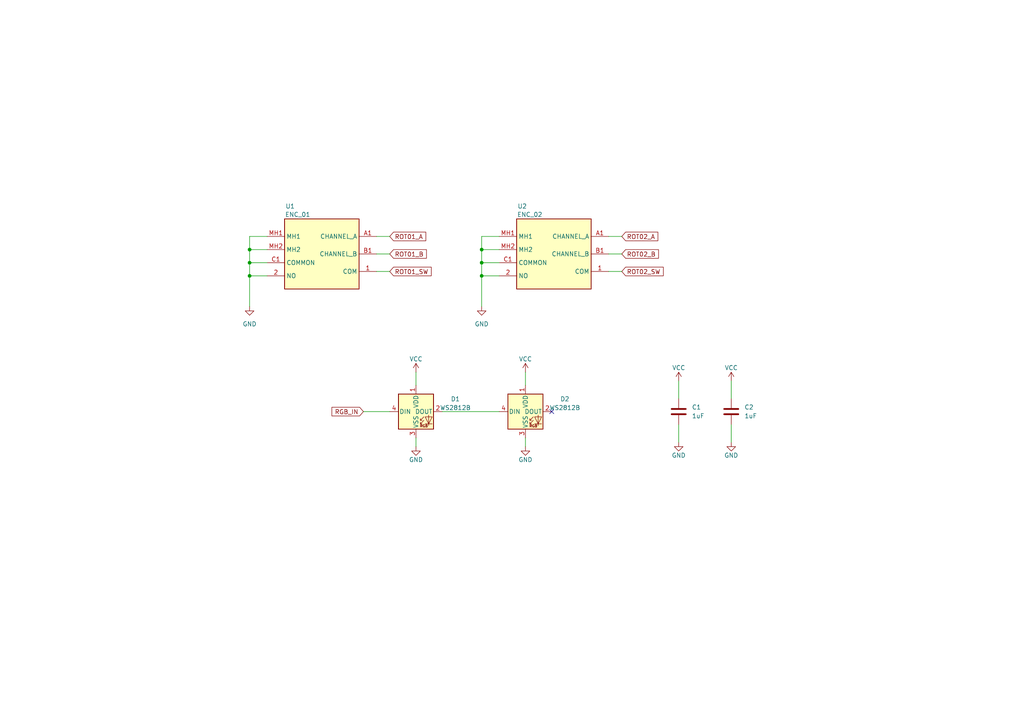
<source format=kicad_sch>
(kicad_sch (version 20230121) (generator eeschema)

  (uuid 9667c1cb-37e1-497c-8caf-b0227b200eac)

  (paper "A4")

  (lib_symbols
    (symbol "Device:C" (pin_numbers hide) (pin_names (offset 0.254)) (in_bom yes) (on_board yes)
      (property "Reference" "C" (at 0.635 2.54 0)
        (effects (font (size 1.27 1.27)) (justify left))
      )
      (property "Value" "C" (at 0.635 -2.54 0)
        (effects (font (size 1.27 1.27)) (justify left))
      )
      (property "Footprint" "" (at 0.9652 -3.81 0)
        (effects (font (size 1.27 1.27)) hide)
      )
      (property "Datasheet" "~" (at 0 0 0)
        (effects (font (size 1.27 1.27)) hide)
      )
      (property "ki_keywords" "cap capacitor" (at 0 0 0)
        (effects (font (size 1.27 1.27)) hide)
      )
      (property "ki_description" "Unpolarized capacitor" (at 0 0 0)
        (effects (font (size 1.27 1.27)) hide)
      )
      (property "ki_fp_filters" "C_*" (at 0 0 0)
        (effects (font (size 1.27 1.27)) hide)
      )
      (symbol "C_0_1"
        (polyline
          (pts
            (xy -2.032 -0.762)
            (xy 2.032 -0.762)
          )
          (stroke (width 0.508) (type default))
          (fill (type none))
        )
        (polyline
          (pts
            (xy -2.032 0.762)
            (xy 2.032 0.762)
          )
          (stroke (width 0.508) (type default))
          (fill (type none))
        )
      )
      (symbol "C_1_1"
        (pin passive line (at 0 3.81 270) (length 2.794)
          (name "~" (effects (font (size 1.27 1.27))))
          (number "1" (effects (font (size 1.27 1.27))))
        )
        (pin passive line (at 0 -3.81 90) (length 2.794)
          (name "~" (effects (font (size 1.27 1.27))))
          (number "2" (effects (font (size 1.27 1.27))))
        )
      )
    )
    (symbol "LED:WS2812B" (pin_names (offset 0.254)) (in_bom yes) (on_board yes)
      (property "Reference" "D" (at 5.08 5.715 0)
        (effects (font (size 1.27 1.27)) (justify right bottom))
      )
      (property "Value" "WS2812B" (at 1.27 -5.715 0)
        (effects (font (size 1.27 1.27)) (justify left top))
      )
      (property "Footprint" "LED_SMD:LED_WS2812B_PLCC4_5.0x5.0mm_P3.2mm" (at 1.27 -7.62 0)
        (effects (font (size 1.27 1.27)) (justify left top) hide)
      )
      (property "Datasheet" "https://cdn-shop.adafruit.com/datasheets/WS2812B.pdf" (at 2.54 -9.525 0)
        (effects (font (size 1.27 1.27)) (justify left top) hide)
      )
      (property "ki_keywords" "RGB LED NeoPixel addressable" (at 0 0 0)
        (effects (font (size 1.27 1.27)) hide)
      )
      (property "ki_description" "RGB LED with integrated controller" (at 0 0 0)
        (effects (font (size 1.27 1.27)) hide)
      )
      (property "ki_fp_filters" "LED*WS2812*PLCC*5.0x5.0mm*P3.2mm*" (at 0 0 0)
        (effects (font (size 1.27 1.27)) hide)
      )
      (symbol "WS2812B_0_0"
        (text "RGB" (at 2.286 -4.191 0)
          (effects (font (size 0.762 0.762)))
        )
      )
      (symbol "WS2812B_0_1"
        (polyline
          (pts
            (xy 1.27 -3.556)
            (xy 1.778 -3.556)
          )
          (stroke (width 0) (type default))
          (fill (type none))
        )
        (polyline
          (pts
            (xy 1.27 -2.54)
            (xy 1.778 -2.54)
          )
          (stroke (width 0) (type default))
          (fill (type none))
        )
        (polyline
          (pts
            (xy 4.699 -3.556)
            (xy 2.667 -3.556)
          )
          (stroke (width 0) (type default))
          (fill (type none))
        )
        (polyline
          (pts
            (xy 2.286 -2.54)
            (xy 1.27 -3.556)
            (xy 1.27 -3.048)
          )
          (stroke (width 0) (type default))
          (fill (type none))
        )
        (polyline
          (pts
            (xy 2.286 -1.524)
            (xy 1.27 -2.54)
            (xy 1.27 -2.032)
          )
          (stroke (width 0) (type default))
          (fill (type none))
        )
        (polyline
          (pts
            (xy 3.683 -1.016)
            (xy 3.683 -3.556)
            (xy 3.683 -4.064)
          )
          (stroke (width 0) (type default))
          (fill (type none))
        )
        (polyline
          (pts
            (xy 4.699 -1.524)
            (xy 2.667 -1.524)
            (xy 3.683 -3.556)
            (xy 4.699 -1.524)
          )
          (stroke (width 0) (type default))
          (fill (type none))
        )
        (rectangle (start 5.08 5.08) (end -5.08 -5.08)
          (stroke (width 0.254) (type default))
          (fill (type background))
        )
      )
      (symbol "WS2812B_1_1"
        (pin power_in line (at 0 7.62 270) (length 2.54)
          (name "VDD" (effects (font (size 1.27 1.27))))
          (number "1" (effects (font (size 1.27 1.27))))
        )
        (pin output line (at 7.62 0 180) (length 2.54)
          (name "DOUT" (effects (font (size 1.27 1.27))))
          (number "2" (effects (font (size 1.27 1.27))))
        )
        (pin power_in line (at 0 -7.62 90) (length 2.54)
          (name "VSS" (effects (font (size 1.27 1.27))))
          (number "3" (effects (font (size 1.27 1.27))))
        )
        (pin input line (at -7.62 0 0) (length 2.54)
          (name "DIN" (effects (font (size 1.27 1.27))))
          (number "4" (effects (font (size 1.27 1.27))))
        )
      )
    )
    (symbol "PEC11R-4215F-S0024:PEC11R-4215F-S0024" (in_bom yes) (on_board yes)
      (property "Reference" "U1" (at 6.6907 10.0309 0)
        (effects (font (size 1.27 1.27)))
      )
      (property "Value" "ENC_01" (at 8.89 7.62 0)
        (effects (font (size 1.27 1.27)))
      )
      (property "Footprint" "PEC11R4215FS0024" (at 21.59 -87.3 0)
        (effects (font (size 1.27 1.27)) (justify left top) hide)
      )
      (property "Datasheet" "https://www.bourns.com/docs/product-datasheets/pec11r.pdf?sfvrsn=bb617cbf_12" (at 21.59 -187.3 0)
        (effects (font (size 1.27 1.27)) (justify left top) hide)
      )
      (property "Height" "21.5" (at 21.59 -387.3 0)
        (effects (font (size 1.27 1.27)) (justify left top) hide)
      )
      (property "Mouser Part Number" "652-PEC11R-4215F-S24" (at 21.59 -487.3 0)
        (effects (font (size 1.27 1.27)) (justify left top) hide)
      )
      (property "Mouser Price/Stock" "https://www.mouser.co.uk/ProductDetail/Bourns/PEC11R-4215F-S0024?qs=Zq5ylnUbLm5lAqmKF80wzQ%3D%3D" (at 21.59 -587.3 0)
        (effects (font (size 1.27 1.27)) (justify left top) hide)
      )
      (property "Manufacturer_Name" "Bourns" (at 21.59 -687.3 0)
        (effects (font (size 1.27 1.27)) (justify left top) hide)
      )
      (property "Manufacturer_Part_Number" "PEC11R-4215F-S0024" (at 21.59 -787.3 0)
        (effects (font (size 1.27 1.27)) (justify left top) hide)
      )
      (property "ki_description" "Rotary Encoder Mechanical 24 Quadrature (Incremental) Vertical 15mm SHAFT w/SWITCH" (at 0 0 0)
        (effects (font (size 1.27 1.27)) hide)
      )
      (symbol "PEC11R-4215F-S0024_1_1"
        (rectangle (start 5.08 6.35) (end 26.67 -13.97)
          (stroke (width 0.254) (type default))
          (fill (type background))
        )
        (pin passive line (at 31.75 -8.89 180) (length 5.08)
          (name "COM" (effects (font (size 1.27 1.27))))
          (number "1" (effects (font (size 1.27 1.27))))
        )
        (pin passive line (at 0 -10.16 0) (length 5.08)
          (name "NO" (effects (font (size 1.27 1.27))))
          (number "2" (effects (font (size 1.27 1.27))))
        )
        (pin passive line (at 31.75 1.27 180) (length 5.08)
          (name "CHANNEL_A" (effects (font (size 1.27 1.27))))
          (number "A1" (effects (font (size 1.27 1.27))))
        )
        (pin passive line (at 31.75 -3.81 180) (length 5.08)
          (name "CHANNEL_B" (effects (font (size 1.27 1.27))))
          (number "B1" (effects (font (size 1.27 1.27))))
        )
        (pin passive line (at 0 -6.35 0) (length 5.08)
          (name "COMMON" (effects (font (size 1.27 1.27))))
          (number "C1" (effects (font (size 1.27 1.27))))
        )
        (pin passive line (at 0 1.27 0) (length 5.08)
          (name "MH1" (effects (font (size 1.27 1.27))))
          (number "MH1" (effects (font (size 1.27 1.27))))
        )
        (pin passive line (at 0 -2.54 0) (length 5.08)
          (name "MH2" (effects (font (size 1.27 1.27))))
          (number "MH2" (effects (font (size 1.27 1.27))))
        )
      )
    )
    (symbol "power:GND" (power) (pin_names (offset 0)) (in_bom yes) (on_board yes)
      (property "Reference" "#PWR" (at 0 -6.35 0)
        (effects (font (size 1.27 1.27)) hide)
      )
      (property "Value" "GND" (at 0 -3.81 0)
        (effects (font (size 1.27 1.27)))
      )
      (property "Footprint" "" (at 0 0 0)
        (effects (font (size 1.27 1.27)) hide)
      )
      (property "Datasheet" "" (at 0 0 0)
        (effects (font (size 1.27 1.27)) hide)
      )
      (property "ki_keywords" "global power" (at 0 0 0)
        (effects (font (size 1.27 1.27)) hide)
      )
      (property "ki_description" "Power symbol creates a global label with name \"GND\" , ground" (at 0 0 0)
        (effects (font (size 1.27 1.27)) hide)
      )
      (symbol "GND_0_1"
        (polyline
          (pts
            (xy 0 0)
            (xy 0 -1.27)
            (xy 1.27 -1.27)
            (xy 0 -2.54)
            (xy -1.27 -1.27)
            (xy 0 -1.27)
          )
          (stroke (width 0) (type default))
          (fill (type none))
        )
      )
      (symbol "GND_1_1"
        (pin power_in line (at 0 0 270) (length 0) hide
          (name "GND" (effects (font (size 1.27 1.27))))
          (number "1" (effects (font (size 1.27 1.27))))
        )
      )
    )
    (symbol "power:VCC" (power) (pin_names (offset 0)) (in_bom yes) (on_board yes)
      (property "Reference" "#PWR" (at 0 -3.81 0)
        (effects (font (size 1.27 1.27)) hide)
      )
      (property "Value" "VCC" (at 0 3.81 0)
        (effects (font (size 1.27 1.27)))
      )
      (property "Footprint" "" (at 0 0 0)
        (effects (font (size 1.27 1.27)) hide)
      )
      (property "Datasheet" "" (at 0 0 0)
        (effects (font (size 1.27 1.27)) hide)
      )
      (property "ki_keywords" "global power" (at 0 0 0)
        (effects (font (size 1.27 1.27)) hide)
      )
      (property "ki_description" "Power symbol creates a global label with name \"VCC\"" (at 0 0 0)
        (effects (font (size 1.27 1.27)) hide)
      )
      (symbol "VCC_0_1"
        (polyline
          (pts
            (xy -0.762 1.27)
            (xy 0 2.54)
          )
          (stroke (width 0) (type default))
          (fill (type none))
        )
        (polyline
          (pts
            (xy 0 0)
            (xy 0 2.54)
          )
          (stroke (width 0) (type default))
          (fill (type none))
        )
        (polyline
          (pts
            (xy 0 2.54)
            (xy 0.762 1.27)
          )
          (stroke (width 0) (type default))
          (fill (type none))
        )
      )
      (symbol "VCC_1_1"
        (pin power_in line (at 0 0 90) (length 0) hide
          (name "VCC" (effects (font (size 1.27 1.27))))
          (number "1" (effects (font (size 1.27 1.27))))
        )
      )
    )
  )

  (junction (at 72.39 72.39) (diameter 0) (color 0 0 0 0)
    (uuid 39c770e8-36e2-4395-9d0d-bffa4cb64f21)
  )
  (junction (at 72.39 80.01) (diameter 0) (color 0 0 0 0)
    (uuid 42d8d169-0c14-47c1-bc87-9cc17c2b9f50)
  )
  (junction (at 139.7 72.39) (diameter 0) (color 0 0 0 0)
    (uuid 860955a8-e8b4-4bb3-a42d-ab528404dd32)
  )
  (junction (at 139.7 80.01) (diameter 0) (color 0 0 0 0)
    (uuid ac761c2e-7950-48b2-aad1-8528a59564c2)
  )
  (junction (at 139.7 76.2) (diameter 0) (color 0 0 0 0)
    (uuid adc381df-dfba-4b85-b61c-a198ea88232c)
  )
  (junction (at 72.39 76.2) (diameter 0) (color 0 0 0 0)
    (uuid d3979081-8ed1-46f9-859e-04f68b034653)
  )

  (no_connect (at 160.02 119.38) (uuid 26ad7d5a-42a3-41be-b891-cc6aacbc38c4))

  (wire (pts (xy 212.09 123.19) (xy 212.09 128.27))
    (stroke (width 0) (type default))
    (uuid 008b7f77-6f48-4e2a-8d80-47a76144d2ba)
  )
  (wire (pts (xy 139.7 72.39) (xy 139.7 68.58))
    (stroke (width 0) (type default))
    (uuid 15e76691-c6fa-436d-973c-c60ced5bde7e)
  )
  (wire (pts (xy 139.7 80.01) (xy 139.7 88.9))
    (stroke (width 0) (type default))
    (uuid 16ab386e-f1dc-4390-85e5-1e05816a3f30)
  )
  (wire (pts (xy 109.22 78.74) (xy 113.03 78.74))
    (stroke (width 0) (type default))
    (uuid 2756a1e9-7c16-4430-9114-b498a7d9e435)
  )
  (wire (pts (xy 72.39 76.2) (xy 72.39 72.39))
    (stroke (width 0) (type default))
    (uuid 2df73b9f-50f8-4e1d-bb8c-987890b3200e)
  )
  (wire (pts (xy 139.7 72.39) (xy 144.78 72.39))
    (stroke (width 0) (type default))
    (uuid 362308b6-7e96-40d8-9bf2-760a3c357b6b)
  )
  (wire (pts (xy 152.4 129.54) (xy 152.4 127))
    (stroke (width 0) (type default))
    (uuid 38e91259-28b6-414a-9897-50e6b11fbe4c)
  )
  (wire (pts (xy 176.53 78.74) (xy 180.34 78.74))
    (stroke (width 0) (type default))
    (uuid 3ad38c86-06b2-4651-938c-b3b572821986)
  )
  (wire (pts (xy 72.39 72.39) (xy 77.47 72.39))
    (stroke (width 0) (type default))
    (uuid 3bfc5085-70ea-4571-8100-68e46f3dd86f)
  )
  (wire (pts (xy 128.27 119.38) (xy 144.78 119.38))
    (stroke (width 0) (type default))
    (uuid 3c761009-4a0d-4529-b887-dd7028bd16f0)
  )
  (wire (pts (xy 77.47 80.01) (xy 72.39 80.01))
    (stroke (width 0) (type default))
    (uuid 4abef2b7-3983-4c6c-a805-304d03210acd)
  )
  (wire (pts (xy 139.7 68.58) (xy 144.78 68.58))
    (stroke (width 0) (type default))
    (uuid 628e1bb6-62ef-43e3-a010-e5e88382c24d)
  )
  (wire (pts (xy 72.39 68.58) (xy 77.47 68.58))
    (stroke (width 0) (type default))
    (uuid 6561b6bd-aba1-4510-b6ad-76af4e9e8c22)
  )
  (wire (pts (xy 139.7 80.01) (xy 139.7 76.2))
    (stroke (width 0) (type default))
    (uuid 6f0441fa-af29-4801-9a57-323ebd2a2af5)
  )
  (wire (pts (xy 109.22 73.66) (xy 113.03 73.66))
    (stroke (width 0) (type default))
    (uuid 757fdd24-ccc3-4dbc-9d5b-91856d140f12)
  )
  (wire (pts (xy 176.53 68.58) (xy 180.34 68.58))
    (stroke (width 0) (type default))
    (uuid 7b573cb0-32e2-4740-9d87-e03ae893c953)
  )
  (wire (pts (xy 120.65 129.54) (xy 120.65 127))
    (stroke (width 0) (type default))
    (uuid 889554b1-6d3c-453e-b05f-1c477d2841de)
  )
  (wire (pts (xy 196.85 110.49) (xy 196.85 115.57))
    (stroke (width 0) (type default))
    (uuid 8ec8db92-45c4-42bd-a735-8a4cdc51cd92)
  )
  (wire (pts (xy 139.7 76.2) (xy 144.78 76.2))
    (stroke (width 0) (type default))
    (uuid 94a41d73-811f-496d-985e-4f74474c3841)
  )
  (wire (pts (xy 72.39 72.39) (xy 72.39 68.58))
    (stroke (width 0) (type default))
    (uuid 96c6e2a9-f5a9-4e30-afee-7c2ac4ccdf9f)
  )
  (wire (pts (xy 152.4 107.95) (xy 152.4 111.76))
    (stroke (width 0) (type default))
    (uuid 9b63b529-be7b-4034-a492-3af0a212a3be)
  )
  (wire (pts (xy 72.39 80.01) (xy 72.39 76.2))
    (stroke (width 0) (type default))
    (uuid a06881a5-99e9-4440-9077-2a5bd8284f8e)
  )
  (wire (pts (xy 139.7 76.2) (xy 139.7 72.39))
    (stroke (width 0) (type default))
    (uuid a10be57a-e02e-474d-9980-7890caab70b0)
  )
  (wire (pts (xy 72.39 76.2) (xy 77.47 76.2))
    (stroke (width 0) (type default))
    (uuid a5eceaa0-9103-4772-a4c3-b111d2cddc9b)
  )
  (wire (pts (xy 120.65 107.95) (xy 120.65 111.76))
    (stroke (width 0) (type default))
    (uuid c2197aea-8e77-4cdf-b2e3-7bc3c6d5ba12)
  )
  (wire (pts (xy 176.53 73.66) (xy 180.34 73.66))
    (stroke (width 0) (type default))
    (uuid c308aa6a-2137-4f18-8616-439c7adf698f)
  )
  (wire (pts (xy 109.22 68.58) (xy 113.03 68.58))
    (stroke (width 0) (type default))
    (uuid cb1e6287-91d8-471f-8b29-2d0de60e3f62)
  )
  (wire (pts (xy 196.85 123.19) (xy 196.85 128.27))
    (stroke (width 0) (type default))
    (uuid cde93c4a-d470-44d8-942c-acd09f2250a2)
  )
  (wire (pts (xy 105.41 119.38) (xy 113.03 119.38))
    (stroke (width 0) (type default))
    (uuid e2de9e08-1323-4314-ae23-dc0c7794c479)
  )
  (wire (pts (xy 212.09 110.49) (xy 212.09 115.57))
    (stroke (width 0) (type default))
    (uuid ed41298d-5ac5-4d3d-be60-3c42b67acc2a)
  )
  (wire (pts (xy 144.78 80.01) (xy 139.7 80.01))
    (stroke (width 0) (type default))
    (uuid f3fb7a87-1af4-41f1-bf09-96ecbeb11756)
  )
  (wire (pts (xy 72.39 80.01) (xy 72.39 88.9))
    (stroke (width 0) (type default))
    (uuid feadf6eb-ec83-4e25-9809-72a8ced8e4b9)
  )

  (global_label "ROT01_B" (shape input) (at 113.03 73.66 0) (fields_autoplaced)
    (effects (font (size 1.27 1.27)) (justify left))
    (uuid 223aa7d5-12a0-4db9-8bc1-5634b680d1cc)
    (property "Intersheetrefs" "${INTERSHEET_REFS}" (at 124.2399 73.66 0)
      (effects (font (size 1.27 1.27)) (justify left) hide)
    )
  )
  (global_label "ROT02_A" (shape input) (at 180.34 68.58 0) (fields_autoplaced)
    (effects (font (size 1.27 1.27)) (justify left))
    (uuid 471472f4-9467-4d89-815c-0ad3ca48dea4)
    (property "Intersheetrefs" "${INTERSHEET_REFS}" (at 191.3685 68.58 0)
      (effects (font (size 1.27 1.27)) (justify left) hide)
    )
  )
  (global_label "ROT01_A" (shape input) (at 113.03 68.58 0) (fields_autoplaced)
    (effects (font (size 1.27 1.27)) (justify left))
    (uuid 50e5a111-be7f-4343-93a2-4f5a4fd71e87)
    (property "Intersheetrefs" "${INTERSHEET_REFS}" (at 124.0585 68.58 0)
      (effects (font (size 1.27 1.27)) (justify left) hide)
    )
  )
  (global_label "ROT02_SW" (shape input) (at 180.34 78.74 0) (fields_autoplaced)
    (effects (font (size 1.27 1.27)) (justify left))
    (uuid 5e584656-668c-4646-aa98-48b099250f48)
    (property "Intersheetrefs" "${INTERSHEET_REFS}" (at 192.9408 78.74 0)
      (effects (font (size 1.27 1.27)) (justify left) hide)
    )
  )
  (global_label "ROT01_SW" (shape input) (at 113.03 78.74 0) (fields_autoplaced)
    (effects (font (size 1.27 1.27)) (justify left))
    (uuid 76b30372-f0f8-44d9-8bdc-b3f9d620f76e)
    (property "Intersheetrefs" "${INTERSHEET_REFS}" (at 125.6308 78.74 0)
      (effects (font (size 1.27 1.27)) (justify left) hide)
    )
  )
  (global_label "RGB_IN" (shape input) (at 105.41 119.38 180) (fields_autoplaced)
    (effects (font (size 1.27 1.27)) (justify right))
    (uuid c740702f-ac2c-40ad-8253-43b7ac20ae92)
    (property "Intersheetrefs" "${INTERSHEET_REFS}" (at 95.7119 119.38 0)
      (effects (font (size 1.27 1.27)) (justify right) hide)
    )
  )
  (global_label "ROT02_B" (shape input) (at 180.34 73.66 0) (fields_autoplaced)
    (effects (font (size 1.27 1.27)) (justify left))
    (uuid cb00a1cf-9855-44e2-9c5f-7059f90a0516)
    (property "Intersheetrefs" "${INTERSHEET_REFS}" (at 191.5499 73.66 0)
      (effects (font (size 1.27 1.27)) (justify left) hide)
    )
  )

  (symbol (lib_id "power:GND") (at 120.65 129.54 0) (unit 1)
    (in_bom yes) (on_board yes) (dnp no)
    (uuid 1569d55d-ddb3-4b28-8966-68af767a7858)
    (property "Reference" "#PWR05" (at 120.65 135.89 0)
      (effects (font (size 1.27 1.27)) hide)
    )
    (property "Value" "GND" (at 120.65 133.35 0)
      (effects (font (size 1.27 1.27)))
    )
    (property "Footprint" "" (at 120.65 129.54 0)
      (effects (font (size 1.27 1.27)) hide)
    )
    (property "Datasheet" "" (at 120.65 129.54 0)
      (effects (font (size 1.27 1.27)) hide)
    )
    (pin "1" (uuid 351caf2e-eccf-47e2-977c-e703d7b1dd1c))
    (instances
      (project "0018_Encoder_Module_Classic"
        (path "/9667c1cb-37e1-497c-8caf-b0227b200eac"
          (reference "#PWR05") (unit 1)
        )
      )
    )
  )

  (symbol (lib_id "Device:C") (at 196.85 119.38 0) (unit 1)
    (in_bom yes) (on_board yes) (dnp no) (fields_autoplaced)
    (uuid 268e051f-475b-4933-b5f4-6f950dff43eb)
    (property "Reference" "C1" (at 200.66 118.11 0)
      (effects (font (size 1.27 1.27)) (justify left))
    )
    (property "Value" "1uF" (at 200.66 120.65 0)
      (effects (font (size 1.27 1.27)) (justify left))
    )
    (property "Footprint" "" (at 197.8152 123.19 0)
      (effects (font (size 1.27 1.27)) hide)
    )
    (property "Datasheet" "~" (at 196.85 119.38 0)
      (effects (font (size 1.27 1.27)) hide)
    )
    (pin "1" (uuid 27473e7b-bec2-41fb-bd85-bf586f7d3a0a))
    (pin "2" (uuid c3916abc-220e-4826-88f5-e146f0efb618))
    (instances
      (project "0018_Encoder_Module_Classic"
        (path "/9667c1cb-37e1-497c-8caf-b0227b200eac"
          (reference "C1") (unit 1)
        )
      )
    )
  )

  (symbol (lib_id "PEC11R-4215F-S0024:PEC11R-4215F-S0024") (at 144.78 69.85 0) (unit 1)
    (in_bom yes) (on_board yes) (dnp no)
    (uuid 27dffc53-e949-46b5-b375-156dd48c1ec2)
    (property "Reference" "U2" (at 151.4707 59.8191 0)
      (effects (font (size 1.27 1.27)))
    )
    (property "Value" "ENC_02" (at 153.67 62.23 0)
      (effects (font (size 1.27 1.27)))
    )
    (property "Footprint" "PEC11R4215FS0024" (at 166.37 157.15 0)
      (effects (font (size 1.27 1.27)) (justify left top) hide)
    )
    (property "Datasheet" "https://www.bourns.com/docs/product-datasheets/pec11r.pdf?sfvrsn=bb617cbf_12" (at 166.37 257.15 0)
      (effects (font (size 1.27 1.27)) (justify left top) hide)
    )
    (property "Height" "21.5" (at 166.37 457.15 0)
      (effects (font (size 1.27 1.27)) (justify left top) hide)
    )
    (property "Mouser Part Number" "652-PEC11R-4215F-S24" (at 166.37 557.15 0)
      (effects (font (size 1.27 1.27)) (justify left top) hide)
    )
    (property "Mouser Price/Stock" "https://www.mouser.co.uk/ProductDetail/Bourns/PEC11R-4215F-S0024?qs=Zq5ylnUbLm5lAqmKF80wzQ%3D%3D" (at 166.37 657.15 0)
      (effects (font (size 1.27 1.27)) (justify left top) hide)
    )
    (property "Manufacturer_Name" "Bourns" (at 166.37 757.15 0)
      (effects (font (size 1.27 1.27)) (justify left top) hide)
    )
    (property "Manufacturer_Part_Number" "PEC11R-4215F-S0024" (at 166.37 857.15 0)
      (effects (font (size 1.27 1.27)) (justify left top) hide)
    )
    (pin "1" (uuid 2fa62492-3592-4ee2-a05f-e0dbaae43302))
    (pin "2" (uuid d4bdf3b8-1c54-47e7-aa2f-8b37fec68e6e))
    (pin "A1" (uuid 22fe69fc-cd10-45a4-8d34-047130d08c6d))
    (pin "B1" (uuid 151565fa-98fb-485a-ad18-c4973311f42b))
    (pin "C1" (uuid f5e17bc2-f89b-423c-9350-a983c0e1fd00))
    (pin "MH1" (uuid 13410009-1ea2-41f1-bd1d-770e63513e3c))
    (pin "MH2" (uuid ffc90462-92ba-48a1-ab49-b430782ce64f))
    (instances
      (project "0018_Encoder_Module_Classic"
        (path "/9667c1cb-37e1-497c-8caf-b0227b200eac"
          (reference "U2") (unit 1)
        )
      )
    )
  )

  (symbol (lib_id "power:GND") (at 139.7 88.9 0) (unit 1)
    (in_bom yes) (on_board yes) (dnp no) (fields_autoplaced)
    (uuid 3ed52df8-450a-48e5-96c5-bb7ecef40817)
    (property "Reference" "#PWR02" (at 139.7 95.25 0)
      (effects (font (size 1.27 1.27)) hide)
    )
    (property "Value" "GND" (at 139.7 93.98 0)
      (effects (font (size 1.27 1.27)))
    )
    (property "Footprint" "" (at 139.7 88.9 0)
      (effects (font (size 1.27 1.27)) hide)
    )
    (property "Datasheet" "" (at 139.7 88.9 0)
      (effects (font (size 1.27 1.27)) hide)
    )
    (pin "1" (uuid aae153b7-9977-4697-9adc-95ef8e4ee6ec))
    (instances
      (project "0018_Encoder_Module_Classic"
        (path "/9667c1cb-37e1-497c-8caf-b0227b200eac"
          (reference "#PWR02") (unit 1)
        )
      )
    )
  )

  (symbol (lib_id "PEC11R-4215F-S0024:PEC11R-4215F-S0024") (at 77.47 69.85 0) (unit 1)
    (in_bom yes) (on_board yes) (dnp no)
    (uuid 4f1b5697-a398-4d69-ae28-b985d42ca318)
    (property "Reference" "U1" (at 84.1607 59.8191 0)
      (effects (font (size 1.27 1.27)))
    )
    (property "Value" "ENC_01" (at 86.36 62.23 0)
      (effects (font (size 1.27 1.27)))
    )
    (property "Footprint" "PEC11R4215FS0024" (at 99.06 157.15 0)
      (effects (font (size 1.27 1.27)) (justify left top) hide)
    )
    (property "Datasheet" "https://www.bourns.com/docs/product-datasheets/pec11r.pdf?sfvrsn=bb617cbf_12" (at 99.06 257.15 0)
      (effects (font (size 1.27 1.27)) (justify left top) hide)
    )
    (property "Height" "21.5" (at 99.06 457.15 0)
      (effects (font (size 1.27 1.27)) (justify left top) hide)
    )
    (property "Mouser Part Number" "652-PEC11R-4215F-S24" (at 99.06 557.15 0)
      (effects (font (size 1.27 1.27)) (justify left top) hide)
    )
    (property "Mouser Price/Stock" "https://www.mouser.co.uk/ProductDetail/Bourns/PEC11R-4215F-S0024?qs=Zq5ylnUbLm5lAqmKF80wzQ%3D%3D" (at 99.06 657.15 0)
      (effects (font (size 1.27 1.27)) (justify left top) hide)
    )
    (property "Manufacturer_Name" "Bourns" (at 99.06 757.15 0)
      (effects (font (size 1.27 1.27)) (justify left top) hide)
    )
    (property "Manufacturer_Part_Number" "PEC11R-4215F-S0024" (at 99.06 857.15 0)
      (effects (font (size 1.27 1.27)) (justify left top) hide)
    )
    (pin "1" (uuid 2bcccfb7-3c58-41c1-a3a5-aaea45392a1e))
    (pin "2" (uuid 0fd5dbbf-40ca-432a-ad03-3851dae01184))
    (pin "A1" (uuid 7022e7a6-fb62-4db4-b6d9-7cc31c126afb))
    (pin "B1" (uuid 695d7a9d-4f53-46ec-a5ea-13d9d289028c))
    (pin "C1" (uuid 93c81a73-6f06-49ef-a764-018ccb525e18))
    (pin "MH1" (uuid 558688d0-927a-4b69-8eab-4780225f118b))
    (pin "MH2" (uuid c44ad332-3b51-4b4e-8d04-131bc386e630))
    (instances
      (project "0018_Encoder_Module_Classic"
        (path "/9667c1cb-37e1-497c-8caf-b0227b200eac"
          (reference "U1") (unit 1)
        )
      )
    )
  )

  (symbol (lib_id "LED:WS2812B") (at 120.65 119.38 0) (unit 1)
    (in_bom yes) (on_board yes) (dnp no) (fields_autoplaced)
    (uuid 69e7bddf-dfa9-4df0-b3fa-abf0658903e5)
    (property "Reference" "D1" (at 132.08 115.7321 0)
      (effects (font (size 1.27 1.27)))
    )
    (property "Value" "WS2812B" (at 132.08 118.2721 0)
      (effects (font (size 1.27 1.27)))
    )
    (property "Footprint" "LED_SMD:LED_WS2812B_PLCC4_5.0x5.0mm_P3.2mm" (at 121.92 127 0)
      (effects (font (size 1.27 1.27)) (justify left top) hide)
    )
    (property "Datasheet" "https://cdn-shop.adafruit.com/datasheets/WS2812B.pdf" (at 123.19 128.905 0)
      (effects (font (size 1.27 1.27)) (justify left top) hide)
    )
    (pin "1" (uuid 4e1c6905-6e0e-4755-bcce-5b39b0e10f40))
    (pin "2" (uuid e1f3ddbf-cf12-4832-a4a4-0fa1ca59dc7b))
    (pin "3" (uuid 23e353e1-04ce-4277-9d3c-df8f63f7dded))
    (pin "4" (uuid adc849e1-582d-4eee-8139-e2b0a54fa363))
    (instances
      (project "0018_Encoder_Module_Classic"
        (path "/9667c1cb-37e1-497c-8caf-b0227b200eac"
          (reference "D1") (unit 1)
        )
      )
    )
  )

  (symbol (lib_id "power:VCC") (at 212.09 110.49 0) (unit 1)
    (in_bom yes) (on_board yes) (dnp no)
    (uuid 79498285-3c91-4ecb-a59b-98a35731f191)
    (property "Reference" "#PWR09" (at 212.09 114.3 0)
      (effects (font (size 1.27 1.27)) hide)
    )
    (property "Value" "VCC" (at 212.09 106.68 0)
      (effects (font (size 1.27 1.27)))
    )
    (property "Footprint" "" (at 212.09 110.49 0)
      (effects (font (size 1.27 1.27)) hide)
    )
    (property "Datasheet" "" (at 212.09 110.49 0)
      (effects (font (size 1.27 1.27)) hide)
    )
    (pin "1" (uuid ff34ad06-7110-4970-8b06-cbcd5de213d2))
    (instances
      (project "0018_Encoder_Module_Classic"
        (path "/9667c1cb-37e1-497c-8caf-b0227b200eac"
          (reference "#PWR09") (unit 1)
        )
      )
    )
  )

  (symbol (lib_id "Device:C") (at 212.09 119.38 0) (unit 1)
    (in_bom yes) (on_board yes) (dnp no) (fields_autoplaced)
    (uuid 8213b574-0675-4626-9979-8d0e31b88324)
    (property "Reference" "C2" (at 215.9 118.11 0)
      (effects (font (size 1.27 1.27)) (justify left))
    )
    (property "Value" "1uF" (at 215.9 120.65 0)
      (effects (font (size 1.27 1.27)) (justify left))
    )
    (property "Footprint" "" (at 213.0552 123.19 0)
      (effects (font (size 1.27 1.27)) hide)
    )
    (property "Datasheet" "~" (at 212.09 119.38 0)
      (effects (font (size 1.27 1.27)) hide)
    )
    (pin "1" (uuid 7251dfa5-000b-4034-aefc-41e9dfccf4ba))
    (pin "2" (uuid f56fdd3b-bd12-438f-a40e-5175faa88b38))
    (instances
      (project "0018_Encoder_Module_Classic"
        (path "/9667c1cb-37e1-497c-8caf-b0227b200eac"
          (reference "C2") (unit 1)
        )
      )
    )
  )

  (symbol (lib_id "power:VCC") (at 196.85 110.49 0) (unit 1)
    (in_bom yes) (on_board yes) (dnp no)
    (uuid 82685c8a-85fa-4a95-8c2a-bbdf3fd788bd)
    (property "Reference" "#PWR07" (at 196.85 114.3 0)
      (effects (font (size 1.27 1.27)) hide)
    )
    (property "Value" "VCC" (at 196.85 106.68 0)
      (effects (font (size 1.27 1.27)))
    )
    (property "Footprint" "" (at 196.85 110.49 0)
      (effects (font (size 1.27 1.27)) hide)
    )
    (property "Datasheet" "" (at 196.85 110.49 0)
      (effects (font (size 1.27 1.27)) hide)
    )
    (pin "1" (uuid bc2319c8-82be-4a3b-ae9e-030e8fb367a9))
    (instances
      (project "0018_Encoder_Module_Classic"
        (path "/9667c1cb-37e1-497c-8caf-b0227b200eac"
          (reference "#PWR07") (unit 1)
        )
      )
    )
  )

  (symbol (lib_id "power:GND") (at 152.4 129.54 0) (unit 1)
    (in_bom yes) (on_board yes) (dnp no)
    (uuid afb2adc3-d8f4-4650-90de-012406d977ef)
    (property "Reference" "#PWR06" (at 152.4 135.89 0)
      (effects (font (size 1.27 1.27)) hide)
    )
    (property "Value" "GND" (at 152.4 133.35 0)
      (effects (font (size 1.27 1.27)))
    )
    (property "Footprint" "" (at 152.4 129.54 0)
      (effects (font (size 1.27 1.27)) hide)
    )
    (property "Datasheet" "" (at 152.4 129.54 0)
      (effects (font (size 1.27 1.27)) hide)
    )
    (pin "1" (uuid 7f06feb2-e075-4047-9ebe-62e14bc22523))
    (instances
      (project "0018_Encoder_Module_Classic"
        (path "/9667c1cb-37e1-497c-8caf-b0227b200eac"
          (reference "#PWR06") (unit 1)
        )
      )
    )
  )

  (symbol (lib_id "power:VCC") (at 120.65 107.95 0) (unit 1)
    (in_bom yes) (on_board yes) (dnp no)
    (uuid b323d0c4-812b-44bd-a2b6-fa61add527f9)
    (property "Reference" "#PWR03" (at 120.65 111.76 0)
      (effects (font (size 1.27 1.27)) hide)
    )
    (property "Value" "VCC" (at 120.65 104.14 0)
      (effects (font (size 1.27 1.27)))
    )
    (property "Footprint" "" (at 120.65 107.95 0)
      (effects (font (size 1.27 1.27)) hide)
    )
    (property "Datasheet" "" (at 120.65 107.95 0)
      (effects (font (size 1.27 1.27)) hide)
    )
    (pin "1" (uuid 1631808e-2c00-46dd-b692-e8526e882a8c))
    (instances
      (project "0018_Encoder_Module_Classic"
        (path "/9667c1cb-37e1-497c-8caf-b0227b200eac"
          (reference "#PWR03") (unit 1)
        )
      )
    )
  )

  (symbol (lib_id "power:VCC") (at 152.4 107.95 0) (unit 1)
    (in_bom yes) (on_board yes) (dnp no)
    (uuid d47b860d-4c97-4d0f-9b5e-224b238696ae)
    (property "Reference" "#PWR04" (at 152.4 111.76 0)
      (effects (font (size 1.27 1.27)) hide)
    )
    (property "Value" "VCC" (at 152.4 104.14 0)
      (effects (font (size 1.27 1.27)))
    )
    (property "Footprint" "" (at 152.4 107.95 0)
      (effects (font (size 1.27 1.27)) hide)
    )
    (property "Datasheet" "" (at 152.4 107.95 0)
      (effects (font (size 1.27 1.27)) hide)
    )
    (pin "1" (uuid c2cbd821-706d-4443-bc11-316f284af79c))
    (instances
      (project "0018_Encoder_Module_Classic"
        (path "/9667c1cb-37e1-497c-8caf-b0227b200eac"
          (reference "#PWR04") (unit 1)
        )
      )
    )
  )

  (symbol (lib_id "power:GND") (at 196.85 128.27 0) (unit 1)
    (in_bom yes) (on_board yes) (dnp no)
    (uuid df06b011-2b94-4224-b566-dc3253b412df)
    (property "Reference" "#PWR08" (at 196.85 134.62 0)
      (effects (font (size 1.27 1.27)) hide)
    )
    (property "Value" "GND" (at 196.85 132.08 0)
      (effects (font (size 1.27 1.27)))
    )
    (property "Footprint" "" (at 196.85 128.27 0)
      (effects (font (size 1.27 1.27)) hide)
    )
    (property "Datasheet" "" (at 196.85 128.27 0)
      (effects (font (size 1.27 1.27)) hide)
    )
    (pin "1" (uuid 3679f5b4-01f0-4da8-8276-e8bae5146bb6))
    (instances
      (project "0018_Encoder_Module_Classic"
        (path "/9667c1cb-37e1-497c-8caf-b0227b200eac"
          (reference "#PWR08") (unit 1)
        )
      )
    )
  )

  (symbol (lib_id "LED:WS2812B") (at 152.4 119.38 0) (unit 1)
    (in_bom yes) (on_board yes) (dnp no) (fields_autoplaced)
    (uuid eadd3d17-e071-4200-9261-bc153dd21e8f)
    (property "Reference" "D2" (at 163.83 115.7321 0)
      (effects (font (size 1.27 1.27)))
    )
    (property "Value" "WS2812B" (at 163.83 118.2721 0)
      (effects (font (size 1.27 1.27)))
    )
    (property "Footprint" "LED_SMD:LED_WS2812B_PLCC4_5.0x5.0mm_P3.2mm" (at 153.67 127 0)
      (effects (font (size 1.27 1.27)) (justify left top) hide)
    )
    (property "Datasheet" "https://cdn-shop.adafruit.com/datasheets/WS2812B.pdf" (at 154.94 128.905 0)
      (effects (font (size 1.27 1.27)) (justify left top) hide)
    )
    (pin "1" (uuid c466083f-a81f-4c72-b3b9-da20c5299dc7))
    (pin "2" (uuid fb9ea100-eb48-460b-b7e2-2d810fd04129))
    (pin "3" (uuid 5086d9d0-b4ec-4666-8ce0-1c9a0346fd6f))
    (pin "4" (uuid f186d21d-5d67-4358-8b62-99aa24643f54))
    (instances
      (project "0018_Encoder_Module_Classic"
        (path "/9667c1cb-37e1-497c-8caf-b0227b200eac"
          (reference "D2") (unit 1)
        )
      )
    )
  )

  (symbol (lib_id "power:GND") (at 212.09 128.27 0) (unit 1)
    (in_bom yes) (on_board yes) (dnp no)
    (uuid ed9ff6c3-1c95-4cb0-a55b-76d03f894196)
    (property "Reference" "#PWR010" (at 212.09 134.62 0)
      (effects (font (size 1.27 1.27)) hide)
    )
    (property "Value" "GND" (at 212.09 132.08 0)
      (effects (font (size 1.27 1.27)))
    )
    (property "Footprint" "" (at 212.09 128.27 0)
      (effects (font (size 1.27 1.27)) hide)
    )
    (property "Datasheet" "" (at 212.09 128.27 0)
      (effects (font (size 1.27 1.27)) hide)
    )
    (pin "1" (uuid 05f84dfd-0505-4b50-a36f-2667e24824d3))
    (instances
      (project "0018_Encoder_Module_Classic"
        (path "/9667c1cb-37e1-497c-8caf-b0227b200eac"
          (reference "#PWR010") (unit 1)
        )
      )
    )
  )

  (symbol (lib_id "power:GND") (at 72.39 88.9 0) (unit 1)
    (in_bom yes) (on_board yes) (dnp no) (fields_autoplaced)
    (uuid f05a70c6-1e4a-46d8-be84-e21003c9434f)
    (property "Reference" "#PWR01" (at 72.39 95.25 0)
      (effects (font (size 1.27 1.27)) hide)
    )
    (property "Value" "GND" (at 72.39 93.98 0)
      (effects (font (size 1.27 1.27)))
    )
    (property "Footprint" "" (at 72.39 88.9 0)
      (effects (font (size 1.27 1.27)) hide)
    )
    (property "Datasheet" "" (at 72.39 88.9 0)
      (effects (font (size 1.27 1.27)) hide)
    )
    (pin "1" (uuid 7bb4b614-f9ab-49a2-8003-afd41efb232a))
    (instances
      (project "0018_Encoder_Module_Classic"
        (path "/9667c1cb-37e1-497c-8caf-b0227b200eac"
          (reference "#PWR01") (unit 1)
        )
      )
    )
  )

  (sheet_instances
    (path "/" (page "1"))
  )
)

</source>
